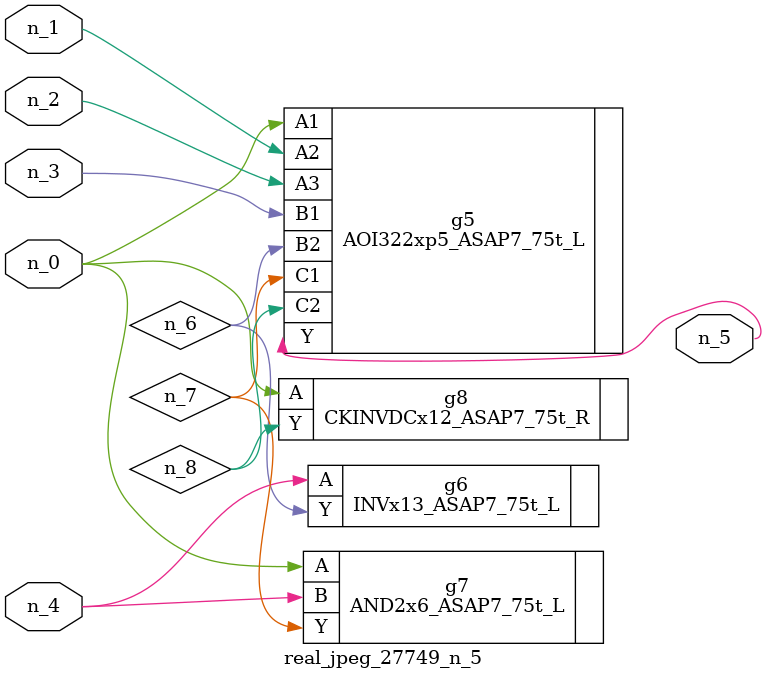
<source format=v>
module real_jpeg_27749_n_5 (n_4, n_0, n_1, n_2, n_3, n_5);

input n_4;
input n_0;
input n_1;
input n_2;
input n_3;

output n_5;

wire n_8;
wire n_6;
wire n_7;

AOI322xp5_ASAP7_75t_L g5 ( 
.A1(n_0),
.A2(n_1),
.A3(n_2),
.B1(n_3),
.B2(n_6),
.C1(n_7),
.C2(n_8),
.Y(n_5)
);

AND2x6_ASAP7_75t_L g7 ( 
.A(n_0),
.B(n_4),
.Y(n_7)
);

CKINVDCx12_ASAP7_75t_R g8 ( 
.A(n_0),
.Y(n_8)
);

INVx13_ASAP7_75t_L g6 ( 
.A(n_4),
.Y(n_6)
);


endmodule
</source>
